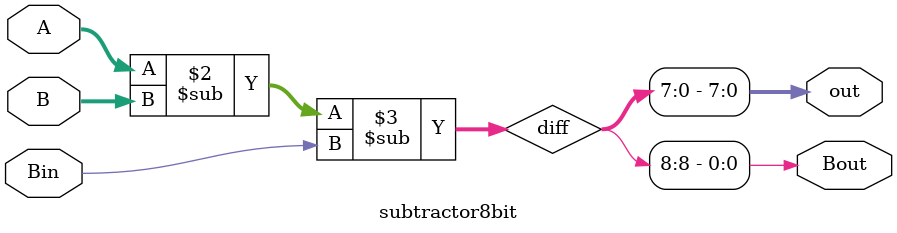
<source format=v>
module subtractor8bit(A, B, Bin, Bout, out);
    input [7:0] A, B;
    input Bin;
    output reg Bout;
    reg [8:0] diff;
    output reg signed [7:0] out;

    always @(A, B, Bin) begin
        diff = A - B - Bin;
        out = diff[7:0];
        Bout = diff[8];
    end
endmodule
</source>
